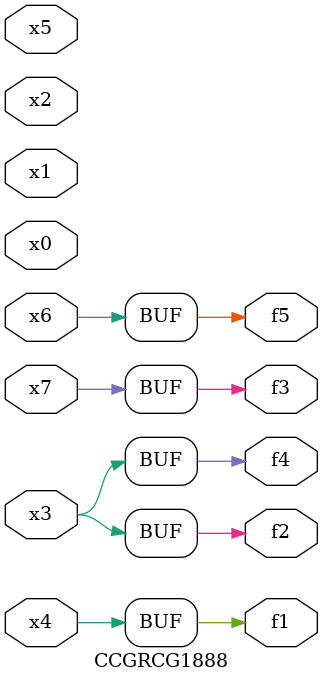
<source format=v>
module CCGRCG1888(
	input x0, x1, x2, x3, x4, x5, x6, x7,
	output f1, f2, f3, f4, f5
);
	assign f1 = x4;
	assign f2 = x3;
	assign f3 = x7;
	assign f4 = x3;
	assign f5 = x6;
endmodule

</source>
